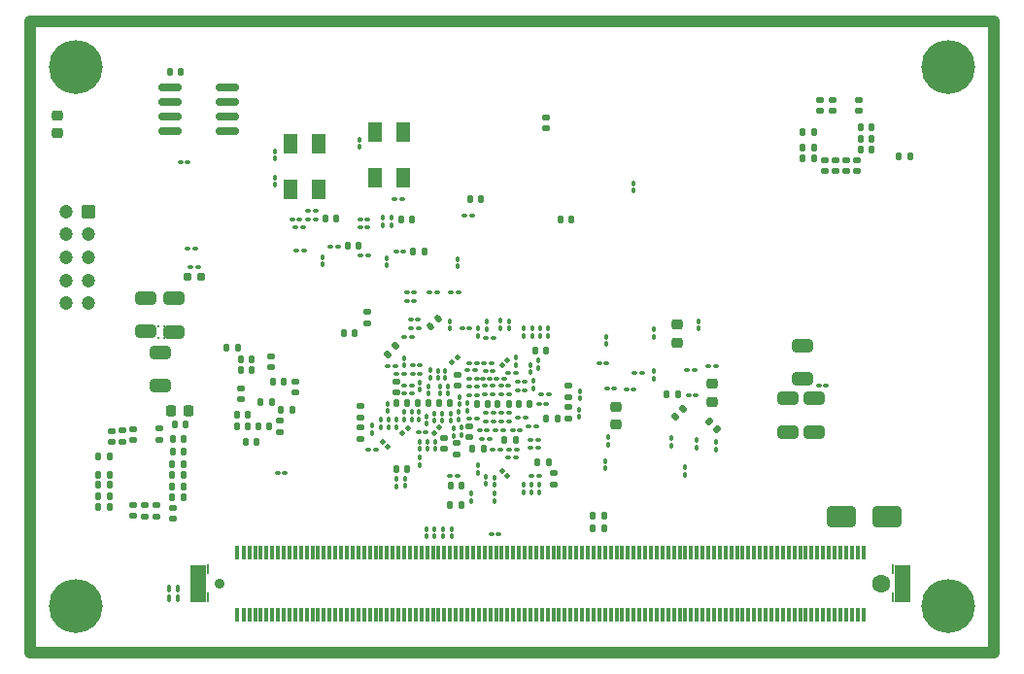
<source format=gbr>
%TF.GenerationSoftware,KiCad,Pcbnew,7.99.0-3958-g1df84f4d92*%
%TF.CreationDate,2023-12-24T00:45:37+01:00*%
%TF.ProjectId,SBC,5342432e-6b69-4636-9164-5f7063625858,rev?*%
%TF.SameCoordinates,Original*%
%TF.FileFunction,Soldermask,Bot*%
%TF.FilePolarity,Negative*%
%FSLAX46Y46*%
G04 Gerber Fmt 4.6, Leading zero omitted, Abs format (unit mm)*
G04 Created by KiCad (PCBNEW 7.99.0-3958-g1df84f4d92) date 2023-12-24 00:45:37*
%MOMM*%
%LPD*%
G01*
G04 APERTURE LIST*
G04 Aperture macros list*
%AMRoundRect*
0 Rectangle with rounded corners*
0 $1 Rounding radius*
0 $2 $3 $4 $5 $6 $7 $8 $9 X,Y pos of 4 corners*
0 Add a 4 corners polygon primitive as box body*
4,1,4,$2,$3,$4,$5,$6,$7,$8,$9,$2,$3,0*
0 Add four circle primitives for the rounded corners*
1,1,$1+$1,$2,$3*
1,1,$1+$1,$4,$5*
1,1,$1+$1,$6,$7*
1,1,$1+$1,$8,$9*
0 Add four rect primitives between the rounded corners*
20,1,$1+$1,$2,$3,$4,$5,0*
20,1,$1+$1,$4,$5,$6,$7,0*
20,1,$1+$1,$6,$7,$8,$9,0*
20,1,$1+$1,$8,$9,$2,$3,0*%
G04 Aperture macros list end*
%ADD10C,1.000000*%
%ADD11RoundRect,0.250000X-0.350000X0.350000X-0.350000X-0.350000X0.350000X-0.350000X0.350000X0.350000X0*%
%ADD12C,1.200000*%
%ADD13C,0.300000*%
%ADD14C,3.100000*%
%ADD15C,4.700000*%
%ADD16RoundRect,0.140000X-0.170000X0.140000X-0.170000X-0.140000X0.170000X-0.140000X0.170000X0.140000X0*%
%ADD17RoundRect,0.100000X0.130000X0.100000X-0.130000X0.100000X-0.130000X-0.100000X0.130000X-0.100000X0*%
%ADD18RoundRect,0.100000X-0.130000X-0.100000X0.130000X-0.100000X0.130000X0.100000X-0.130000X0.100000X0*%
%ADD19RoundRect,0.135000X-0.185000X0.135000X-0.185000X-0.135000X0.185000X-0.135000X0.185000X0.135000X0*%
%ADD20RoundRect,0.140000X0.140000X0.170000X-0.140000X0.170000X-0.140000X-0.170000X0.140000X-0.170000X0*%
%ADD21RoundRect,0.100000X-0.100000X0.130000X-0.100000X-0.130000X0.100000X-0.130000X0.100000X0.130000X0*%
%ADD22RoundRect,0.135000X-0.135000X-0.185000X0.135000X-0.185000X0.135000X0.185000X-0.135000X0.185000X0*%
%ADD23RoundRect,0.100000X0.100000X-0.130000X0.100000X0.130000X-0.100000X0.130000X-0.100000X-0.130000X0*%
%ADD24RoundRect,0.140000X-0.140000X-0.170000X0.140000X-0.170000X0.140000X0.170000X-0.140000X0.170000X0*%
%ADD25C,1.600000*%
%ADD26C,0.900000*%
%ADD27R,1.400000X3.300000*%
%ADD28R,0.250000X0.850000*%
%ADD29R,0.450000X1.200000*%
%ADD30R,0.300000X1.200000*%
%ADD31RoundRect,0.100000X0.021213X0.162635X-0.162635X-0.021213X-0.021213X-0.162635X0.162635X0.021213X0*%
%ADD32RoundRect,0.135000X0.185000X-0.135000X0.185000X0.135000X-0.185000X0.135000X-0.185000X-0.135000X0*%
%ADD33RoundRect,0.140000X0.170000X-0.140000X0.170000X0.140000X-0.170000X0.140000X-0.170000X-0.140000X0*%
%ADD34RoundRect,0.225000X-0.250000X0.225000X-0.250000X-0.225000X0.250000X-0.225000X0.250000X0.225000X0*%
%ADD35RoundRect,0.135000X0.135000X0.185000X-0.135000X0.185000X-0.135000X-0.185000X0.135000X-0.185000X0*%
%ADD36RoundRect,0.100000X-0.100000X0.217500X-0.100000X-0.217500X0.100000X-0.217500X0.100000X0.217500X0*%
%ADD37R,1.200000X1.800000*%
%ADD38RoundRect,0.160000X-0.197500X-0.160000X0.197500X-0.160000X0.197500X0.160000X-0.197500X0.160000X0*%
%ADD39RoundRect,0.150000X0.825000X0.150000X-0.825000X0.150000X-0.825000X-0.150000X0.825000X-0.150000X0*%
%ADD40RoundRect,0.250000X0.650000X-0.325000X0.650000X0.325000X-0.650000X0.325000X-0.650000X-0.325000X0*%
%ADD41RoundRect,0.147500X0.147500X0.172500X-0.147500X0.172500X-0.147500X-0.172500X0.147500X-0.172500X0*%
%ADD42RoundRect,0.100000X-0.021213X-0.162635X0.162635X0.021213X0.021213X0.162635X-0.162635X-0.021213X0*%
%ADD43RoundRect,0.140000X0.021213X-0.219203X0.219203X-0.021213X-0.021213X0.219203X-0.219203X0.021213X0*%
%ADD44RoundRect,0.250000X-1.000000X-0.650000X1.000000X-0.650000X1.000000X0.650000X-1.000000X0.650000X0*%
%ADD45RoundRect,0.250000X-0.650000X0.325000X-0.650000X-0.325000X0.650000X-0.325000X0.650000X0.325000X0*%
%ADD46RoundRect,0.135000X0.226274X0.035355X0.035355X0.226274X-0.226274X-0.035355X-0.035355X-0.226274X0*%
%ADD47RoundRect,0.225000X0.250000X-0.225000X0.250000X0.225000X-0.250000X0.225000X-0.250000X-0.225000X0*%
%ADD48RoundRect,0.100000X-0.162635X0.021213X0.021213X-0.162635X0.162635X-0.021213X-0.021213X0.162635X0*%
%ADD49RoundRect,0.135000X0.035355X-0.226274X0.226274X-0.035355X-0.035355X0.226274X-0.226274X0.035355X0*%
%ADD50RoundRect,0.100000X0.162635X-0.021213X-0.021213X0.162635X-0.162635X0.021213X0.021213X-0.162635X0*%
%ADD51RoundRect,0.218750X-0.218750X-0.256250X0.218750X-0.256250X0.218750X0.256250X-0.218750X0.256250X0*%
%ADD52RoundRect,0.147500X0.172500X-0.147500X0.172500X0.147500X-0.172500X0.147500X-0.172500X-0.147500X0*%
G04 APERTURE END LIST*
D10*
X-4000000Y51000000D02*
X80000000Y51000000D01*
X80000000Y-4000000D01*
X-4000000Y-4000000D01*
X-4000000Y51000000D01*
D11*
%TO.C,J3*%
X1112000Y34427000D03*
D12*
X-888000Y34427000D03*
X1112000Y32427000D03*
X-888000Y32427000D03*
X1112000Y30427000D03*
X-888000Y30427000D03*
X1112000Y28427000D03*
X-888000Y28427000D03*
X1112000Y26427000D03*
X-888000Y26427000D03*
%TD*%
D13*
%TO.C,U6*%
X7185800Y23386000D03*
X7685800Y23386000D03*
X8185800Y23386000D03*
X7185800Y24386000D03*
X7685800Y24386000D03*
X8185800Y24386000D03*
%TD*%
D14*
%TO.C,H3*%
X0Y47000000D03*
D15*
X0Y47000000D03*
%TD*%
D14*
%TO.C,H1*%
X76000000Y47000000D03*
D15*
X76000000Y47000000D03*
%TD*%
D14*
%TO.C,H2*%
X0Y0D03*
D15*
X0Y0D03*
%TD*%
D14*
%TO.C,H4*%
X76000000Y0D03*
D15*
X76000000Y0D03*
%TD*%
D16*
%TO.C,C165*%
X32100000Y14675814D03*
X32100000Y13715814D03*
%TD*%
D17*
%TO.C,C137*%
X10370000Y31150000D03*
X9730000Y31150000D03*
%TD*%
%TO.C,C215*%
X36348014Y16111994D03*
X35708014Y16111994D03*
%TD*%
D18*
%TO.C,C295*%
X24773600Y33049800D03*
X25413600Y33049800D03*
%TD*%
D19*
%TO.C,R36*%
X24754519Y17464614D03*
X24754519Y16444614D03*
%TD*%
D20*
%TO.C,C5*%
X64307981Y39987486D03*
X63347981Y39987486D03*
%TD*%
D21*
%TO.C,C180*%
X48600000Y36870000D03*
X48600000Y36230000D03*
%TD*%
D22*
%TO.C,R62*%
X45044519Y6814614D03*
X46064519Y6814614D03*
%TD*%
D18*
%TO.C,C160*%
X36636400Y19850000D03*
X37276400Y19850000D03*
%TD*%
D23*
%TO.C,C240*%
X39750000Y23601224D03*
X39750000Y24241224D03*
%TD*%
D19*
%TO.C,R73*%
X17778400Y16186200D03*
X17778400Y15166200D03*
%TD*%
D24*
%TO.C,C283*%
X15879519Y15720014D03*
X16839519Y15720014D03*
%TD*%
D17*
%TO.C,C184*%
X38316800Y12983800D03*
X37676800Y12983800D03*
%TD*%
D16*
%TO.C,C10*%
X68077981Y38917486D03*
X68077981Y37957486D03*
%TD*%
D23*
%TO.C,C245*%
X30502519Y15925814D03*
X30502519Y16565814D03*
%TD*%
%TO.C,C197*%
X38355924Y21050429D03*
X38355924Y21690429D03*
%TD*%
D25*
%TO.C,J1*%
X70200000Y2000000D03*
D26*
X12500000Y2000000D03*
D27*
X72050000Y2000000D03*
D28*
X71225000Y3225000D03*
X71225000Y775000D03*
D27*
X10650000Y2000000D03*
D28*
X11475000Y3225000D03*
X11475000Y775000D03*
D29*
X14025000Y4700000D03*
D30*
X14600000Y4700000D03*
X15100000Y4700000D03*
X15600000Y4700000D03*
X16100000Y4700000D03*
X16600000Y4700000D03*
X17100000Y4700000D03*
X17600000Y4700000D03*
X18100000Y4700000D03*
X18600000Y4700000D03*
X19100000Y4700000D03*
X19600000Y4700000D03*
X20100000Y4700000D03*
X20600000Y4700000D03*
X21100000Y4700000D03*
X21600000Y4700000D03*
X22100000Y4700000D03*
X22600000Y4700000D03*
X23100000Y4700000D03*
X23600000Y4700000D03*
X24100000Y4700000D03*
X24600000Y4700000D03*
X25100000Y4700000D03*
X25600000Y4700000D03*
X26100000Y4700000D03*
X26600000Y4700000D03*
X27100000Y4700000D03*
X27600000Y4700000D03*
X28100000Y4700000D03*
X28600000Y4700000D03*
X29100000Y4700000D03*
X29600000Y4700000D03*
X30100000Y4700000D03*
X30600000Y4700000D03*
X31100000Y4700000D03*
X31600000Y4700000D03*
X32100000Y4700000D03*
X32600000Y4700000D03*
X33100000Y4700000D03*
X33600000Y4700000D03*
X34100000Y4700000D03*
X34600000Y4700000D03*
X35100000Y4700000D03*
X35600000Y4700000D03*
X36100000Y4700000D03*
X36600000Y4700000D03*
X37100000Y4700000D03*
X37600000Y4700000D03*
X38100000Y4700000D03*
X38600000Y4700000D03*
X39100000Y4700000D03*
X39600000Y4700000D03*
X40100000Y4700000D03*
X40600000Y4700000D03*
X41100000Y4700000D03*
X41600000Y4700000D03*
X42100000Y4700000D03*
X42600000Y4700000D03*
X43100000Y4700000D03*
X43600000Y4700000D03*
X44100000Y4700000D03*
X44600000Y4700000D03*
X45100000Y4700000D03*
X45600000Y4700000D03*
X46100000Y4700000D03*
X46600000Y4700000D03*
X47100000Y4700000D03*
X47600000Y4700000D03*
X48100000Y4700000D03*
X48600000Y4700000D03*
X49100000Y4700000D03*
X49600000Y4700000D03*
X50100000Y4700000D03*
X50600000Y4700000D03*
X51100000Y4700000D03*
X51600000Y4700000D03*
X52100000Y4700000D03*
X52600000Y4700000D03*
X53100000Y4700000D03*
X53600000Y4700000D03*
X54100000Y4700000D03*
X54600000Y4700000D03*
X55100000Y4700000D03*
X55600000Y4700000D03*
X56100000Y4700000D03*
X56600000Y4700000D03*
X57100000Y4700000D03*
X57600000Y4700000D03*
X58100000Y4700000D03*
X58600000Y4700000D03*
X59100000Y4700000D03*
X59600000Y4700000D03*
X60100000Y4700000D03*
X60600000Y4700000D03*
X61100000Y4700000D03*
X61600000Y4700000D03*
X62100000Y4700000D03*
X62600000Y4700000D03*
X63100000Y4700000D03*
X63600000Y4700000D03*
X64100000Y4700000D03*
X64600000Y4700000D03*
X65100000Y4700000D03*
X65600000Y4700000D03*
X66100000Y4700000D03*
X66600000Y4700000D03*
X67100000Y4700000D03*
X67600000Y4700000D03*
X68100000Y4700000D03*
D29*
X68675000Y4700000D03*
X14025000Y-700000D03*
D30*
X14600000Y-700000D03*
X15100000Y-700000D03*
X15600000Y-700000D03*
X16100000Y-700000D03*
X16600000Y-700000D03*
X17100000Y-700000D03*
X17600000Y-700000D03*
X18100000Y-700000D03*
X18600000Y-700000D03*
X19100000Y-700000D03*
X19600000Y-700000D03*
X20100000Y-700000D03*
X20600000Y-700000D03*
X21100000Y-700000D03*
X21600000Y-700000D03*
X22100000Y-700000D03*
X22600000Y-700000D03*
X23100000Y-700000D03*
X23600000Y-700000D03*
X24100000Y-700000D03*
X24600000Y-700000D03*
X25100000Y-700000D03*
X25600000Y-700000D03*
X26100000Y-700000D03*
X26600000Y-700000D03*
X27100000Y-700000D03*
X27600000Y-700000D03*
X28100000Y-700000D03*
X28600000Y-700000D03*
X29100000Y-700000D03*
X29600000Y-700000D03*
X30100000Y-700000D03*
X30600000Y-700000D03*
X31100000Y-700000D03*
X31600000Y-700000D03*
X32100000Y-700000D03*
X32600000Y-700000D03*
X33100000Y-700000D03*
X33600000Y-700000D03*
X34100000Y-700000D03*
X34600000Y-700000D03*
X35100000Y-700000D03*
X35600000Y-700000D03*
X36100000Y-700000D03*
X36600000Y-700000D03*
X37100000Y-700000D03*
X37600000Y-700000D03*
X38100000Y-700000D03*
X38600000Y-700000D03*
X39100000Y-700000D03*
X39600000Y-700000D03*
X40100000Y-700000D03*
X40600000Y-700000D03*
X41100000Y-700000D03*
X41600000Y-700000D03*
X42100000Y-700000D03*
X42600000Y-700000D03*
X43100000Y-700000D03*
X43600000Y-700000D03*
X44100000Y-700000D03*
X44600000Y-700000D03*
X45100000Y-700000D03*
X45600000Y-700000D03*
X46100000Y-700000D03*
X46600000Y-700000D03*
X47100000Y-700000D03*
X47600000Y-700000D03*
X48100000Y-700000D03*
X48600000Y-700000D03*
X49100000Y-700000D03*
X49600000Y-700000D03*
X50100000Y-700000D03*
X50600000Y-700000D03*
X51100000Y-700000D03*
X51600000Y-700000D03*
X52100000Y-700000D03*
X52600000Y-700000D03*
X53100000Y-700000D03*
X53600000Y-700000D03*
X54100000Y-700000D03*
X54600000Y-700000D03*
X55100000Y-700000D03*
X55600000Y-700000D03*
X56100000Y-700000D03*
X56600000Y-700000D03*
X57100000Y-700000D03*
X57600000Y-700000D03*
X58100000Y-700000D03*
X58600000Y-700000D03*
X59100000Y-700000D03*
X59600000Y-700000D03*
X60100000Y-700000D03*
X60600000Y-700000D03*
X61100000Y-700000D03*
X61600000Y-700000D03*
X62100000Y-700000D03*
X62600000Y-700000D03*
X63100000Y-700000D03*
X63600000Y-700000D03*
X64100000Y-700000D03*
X64600000Y-700000D03*
X65100000Y-700000D03*
X65600000Y-700000D03*
X66100000Y-700000D03*
X66600000Y-700000D03*
X67100000Y-700000D03*
X67600000Y-700000D03*
X68100000Y-700000D03*
D29*
X68675000Y-700000D03*
%TD*%
D23*
%TO.C,C207*%
X39602429Y20406539D03*
X39602429Y21046539D03*
%TD*%
D31*
%TO.C,C192*%
X28913274Y15528274D03*
X28460726Y15075726D03*
%TD*%
D17*
%TO.C,C221*%
X34914200Y21168400D03*
X34274200Y21168400D03*
%TD*%
D19*
%TO.C,R37*%
X25354519Y25699614D03*
X25354519Y24679614D03*
%TD*%
D20*
%TO.C,C330*%
X9334519Y12364614D03*
X8374519Y12364614D03*
%TD*%
D21*
%TO.C,C214*%
X31300000Y14370000D03*
X31300000Y13730000D03*
%TD*%
D18*
%TO.C,C210*%
X34290440Y18431331D03*
X34930440Y18431331D03*
%TD*%
D17*
%TO.C,C117*%
X29970000Y21000000D03*
X29330000Y21000000D03*
%TD*%
D21*
%TO.C,C124*%
X36450000Y9820000D03*
X36450000Y9180000D03*
%TD*%
D17*
%TO.C,C226*%
X31450000Y27410000D03*
X30810000Y27410000D03*
%TD*%
D18*
%TO.C,C275*%
X9965400Y29544600D03*
X10605400Y29544600D03*
%TD*%
D17*
%TO.C,C185*%
X39129949Y19562584D03*
X38489949Y19562584D03*
%TD*%
D32*
%TO.C,R96*%
X6982500Y7829600D03*
X6982500Y8849600D03*
%TD*%
D23*
%TO.C,C254*%
X43914919Y18138214D03*
X43914919Y18778214D03*
%TD*%
D22*
%TO.C,R71*%
X71722981Y39219986D03*
X72742981Y39219986D03*
%TD*%
D24*
%TO.C,C212*%
X23320000Y23850000D03*
X24280000Y23850000D03*
%TD*%
D33*
%TO.C,C12*%
X68227981Y43194986D03*
X68227981Y44154986D03*
%TD*%
D18*
%TO.C,C112*%
X28610000Y23500000D03*
X29250000Y23500000D03*
%TD*%
D23*
%TO.C,C182*%
X32950000Y14880000D03*
X32950000Y15520000D03*
%TD*%
D17*
%TO.C,C88*%
X29477600Y26649000D03*
X28837600Y26649000D03*
%TD*%
D18*
%TO.C,C208*%
X39719944Y11332349D03*
X40359944Y11332349D03*
%TD*%
D24*
%TO.C,C333*%
X1949519Y13089614D03*
X2909519Y13089614D03*
%TD*%
D17*
%TO.C,C177*%
X40260884Y14518779D03*
X39620884Y14518779D03*
%TD*%
D34*
%TO.C,C255*%
X47072032Y17393133D03*
X47072032Y15843133D03*
%TD*%
D18*
%TO.C,C122*%
X27930000Y20250000D03*
X28570000Y20250000D03*
%TD*%
D23*
%TO.C,C249*%
X39050000Y23601224D03*
X39050000Y24241224D03*
%TD*%
%TO.C,C201*%
X32626319Y16182382D03*
X32626319Y16822382D03*
%TD*%
%TO.C,C266*%
X50317519Y23520814D03*
X50317519Y24160814D03*
%TD*%
D17*
%TO.C,C89*%
X29477600Y27385600D03*
X28837600Y27385600D03*
%TD*%
D21*
%TO.C,C264*%
X53054519Y12134614D03*
X53054519Y11494614D03*
%TD*%
D23*
%TO.C,C233*%
X33337519Y16280000D03*
X33337519Y16920000D03*
%TD*%
D21*
%TO.C,C189*%
X34450000Y9845000D03*
X34450000Y9205000D03*
%TD*%
D23*
%TO.C,C161*%
X29300000Y16280000D03*
X29300000Y16920000D03*
%TD*%
D19*
%TO.C,R69*%
X42898919Y17393414D03*
X42898919Y16373414D03*
%TD*%
D35*
%TO.C,R74*%
X17043800Y17809800D03*
X16023800Y17809800D03*
%TD*%
D17*
%TO.C,C219*%
X34923820Y16351645D03*
X34283820Y16351645D03*
%TD*%
%TO.C,C71*%
X36832000Y6277000D03*
X36192000Y6277000D03*
%TD*%
D33*
%TO.C,C202*%
X33246919Y19217414D03*
X33246919Y20177414D03*
%TD*%
D20*
%TO.C,C158*%
X40982224Y22270224D03*
X40022224Y22270224D03*
%TD*%
D36*
%TO.C,R99*%
X8837600Y1529500D03*
X8837600Y714500D03*
%TD*%
D17*
%TO.C,C196*%
X38390000Y13680000D03*
X37750000Y13680000D03*
%TD*%
D21*
%TO.C,C116*%
X26550000Y16245000D03*
X26550000Y15605000D03*
%TD*%
D17*
%TO.C,C234*%
X29254519Y19245014D03*
X28614519Y19245014D03*
%TD*%
D18*
%TO.C,C134*%
X34135000Y20575000D03*
X34775000Y20575000D03*
%TD*%
D24*
%TO.C,C280*%
X17154519Y19614614D03*
X18114519Y19614614D03*
%TD*%
D23*
%TO.C,C188*%
X40450000Y23592969D03*
X40450000Y24232969D03*
%TD*%
D17*
%TO.C,C205*%
X38329214Y20355600D03*
X37689214Y20355600D03*
%TD*%
%TO.C,C174*%
X36298484Y18497689D03*
X35658484Y18497689D03*
%TD*%
D19*
%TO.C,R70*%
X42898919Y19273014D03*
X42898919Y18253014D03*
%TD*%
D16*
%TO.C,C284*%
X14354519Y18994614D03*
X14354519Y18034614D03*
%TD*%
D36*
%TO.C,R98*%
X8126400Y1529500D03*
X8126400Y714500D03*
%TD*%
D18*
%TO.C,C127*%
X32580000Y11350000D03*
X33220000Y11350000D03*
%TD*%
D21*
%TO.C,C298*%
X27481200Y33862600D03*
X27481200Y33222600D03*
%TD*%
D17*
%TO.C,C236*%
X30472519Y15170814D03*
X29832519Y15170814D03*
%TD*%
D21*
%TO.C,C176*%
X39684979Y10587454D03*
X39684979Y9947454D03*
%TD*%
D17*
%TO.C,C247*%
X39129949Y18860909D03*
X38489949Y18860909D03*
%TD*%
D16*
%TO.C,C7*%
X65227981Y38917486D03*
X65227981Y37957486D03*
%TD*%
D37*
%TO.C,Y4*%
X18712000Y36333000D03*
X18712000Y40333000D03*
X21112000Y40333000D03*
X21112000Y36333000D03*
%TD*%
D18*
%TO.C,C303*%
X19236400Y31017800D03*
X19876400Y31017800D03*
%TD*%
D33*
%TO.C,C133*%
X34300000Y14720000D03*
X34300000Y15680000D03*
%TD*%
D21*
%TO.C,C232*%
X31203919Y16820614D03*
X31203919Y16180614D03*
%TD*%
D20*
%TO.C,C6*%
X64307981Y39037486D03*
X63347981Y39037486D03*
%TD*%
D23*
%TO.C,C150*%
X28600000Y16280000D03*
X28600000Y16920000D03*
%TD*%
D37*
%TO.C,Y3*%
X26078000Y37349000D03*
X26078000Y41349000D03*
X28478000Y41349000D03*
X28478000Y37349000D03*
%TD*%
D38*
%TO.C,C274*%
X9713300Y28706400D03*
X10908300Y28706400D03*
%TD*%
D21*
%TO.C,C200*%
X33250000Y30270000D03*
X33250000Y29630000D03*
%TD*%
D39*
%TO.C,U18*%
X13162000Y45277000D03*
X13162000Y44007000D03*
X13162000Y42737000D03*
X13162000Y41467000D03*
X8212000Y41467000D03*
X8212000Y42737000D03*
X8212000Y44007000D03*
X8212000Y45277000D03*
%TD*%
D23*
%TO.C,C305*%
X21486800Y29819000D03*
X21486800Y30459000D03*
%TD*%
D21*
%TO.C,C213*%
X29970319Y19540214D03*
X29970319Y18900214D03*
%TD*%
D24*
%TO.C,C282*%
X17884519Y17120014D03*
X18844519Y17120014D03*
%TD*%
D33*
%TO.C,C2*%
X65927981Y43194986D03*
X65927981Y44154986D03*
%TD*%
D20*
%TO.C,C323*%
X9384519Y14564614D03*
X8424519Y14564614D03*
%TD*%
D40*
%TO.C,C41*%
X64327981Y15199986D03*
X64327981Y18149986D03*
%TD*%
D18*
%TO.C,C186*%
X35568519Y21176014D03*
X36208519Y21176014D03*
%TD*%
D17*
%TO.C,C302*%
X22822800Y31322600D03*
X22182800Y31322600D03*
%TD*%
D21*
%TO.C,C139*%
X29950000Y12970000D03*
X29950000Y12330000D03*
%TD*%
D20*
%TO.C,C320*%
X9534519Y15852114D03*
X8574519Y15852114D03*
%TD*%
D21*
%TO.C,C114*%
X25804800Y15767600D03*
X25804800Y15127600D03*
%TD*%
D24*
%TO.C,C13*%
X68347981Y39837486D03*
X69307981Y39837486D03*
%TD*%
D23*
%TO.C,C299*%
X27074800Y29732600D03*
X27074800Y30372600D03*
%TD*%
D17*
%TO.C,C307*%
X20892400Y34472200D03*
X20252400Y34472200D03*
%TD*%
D23*
%TO.C,C262*%
X46104519Y12019614D03*
X46104519Y12659614D03*
%TD*%
D18*
%TO.C,C304*%
X24773600Y33761000D03*
X25413600Y33761000D03*
%TD*%
D21*
%TO.C,C93*%
X32713600Y6725200D03*
X32713600Y6085200D03*
%TD*%
D18*
%TO.C,C297*%
X18830000Y33761000D03*
X19470000Y33761000D03*
%TD*%
D41*
%TO.C,FB6*%
X22683000Y33811800D03*
X21713000Y33811800D03*
%TD*%
D24*
%TO.C,C329*%
X1949519Y9564614D03*
X2909519Y9564614D03*
%TD*%
D20*
%TO.C,C190*%
X30708202Y17697875D03*
X29748202Y17697875D03*
%TD*%
D21*
%TO.C,C115*%
X27950000Y16270000D03*
X27950000Y15630000D03*
%TD*%
D42*
%TO.C,C195*%
X31223726Y15123726D03*
X31676274Y15576274D03*
%TD*%
D43*
%TO.C,C170*%
X30900989Y24379189D03*
X31579811Y25058011D03*
%TD*%
D20*
%TO.C,C335*%
X9384519Y13464614D03*
X8424519Y13464614D03*
%TD*%
D42*
%TO.C,C138*%
X32773726Y21248726D03*
X33226274Y21701274D03*
%TD*%
D21*
%TO.C,C179*%
X34118700Y17704857D03*
X34118700Y17064857D03*
%TD*%
D23*
%TO.C,C252*%
X51850000Y14030000D03*
X51850000Y14670000D03*
%TD*%
%TO.C,C171*%
X33550000Y14930000D03*
X33550000Y15570000D03*
%TD*%
D17*
%TO.C,C216*%
X37726599Y16846689D03*
X37086599Y16846689D03*
%TD*%
D44*
%TO.C,D1*%
X66681000Y7782600D03*
X70681000Y7782600D03*
%TD*%
D33*
%TO.C,C154*%
X40950000Y41670000D03*
X40950000Y42630000D03*
%TD*%
D23*
%TO.C,C253*%
X43813319Y16512614D03*
X43813319Y17152614D03*
%TD*%
D33*
%TO.C,C332*%
X4954519Y7879600D03*
X4954519Y8839600D03*
%TD*%
D16*
%TO.C,C328*%
X4054519Y15332114D03*
X4054519Y14372114D03*
%TD*%
D45*
%TO.C,C67*%
X7364400Y22155000D03*
X7364400Y19205000D03*
%TD*%
D17*
%TO.C,FB2*%
X36082600Y19822200D03*
X35442600Y19822200D03*
%TD*%
D18*
%TO.C,C237*%
X37070089Y18481179D03*
X37710089Y18481179D03*
%TD*%
D21*
%TO.C,C92*%
X32002400Y6725200D03*
X32002400Y6085200D03*
%TD*%
D24*
%TO.C,C155*%
X36761499Y17663934D03*
X37721499Y17663934D03*
%TD*%
D21*
%TO.C,R56*%
X34999519Y24213814D03*
X34999519Y23573814D03*
%TD*%
D23*
%TO.C,C218*%
X41150000Y23592969D03*
X41150000Y24232969D03*
%TD*%
D20*
%TO.C,C279*%
X14964519Y16670014D03*
X14004519Y16670014D03*
%TD*%
D21*
%TO.C,C91*%
X31215000Y6725200D03*
X31215000Y6085200D03*
%TD*%
D33*
%TO.C,C15*%
X64802981Y43164986D03*
X64802981Y44124986D03*
%TD*%
D23*
%TO.C,C145*%
X27950000Y10480000D03*
X27950000Y11120000D03*
%TD*%
D17*
%TO.C,C220*%
X35819694Y15336024D03*
X35179694Y15336024D03*
%TD*%
D33*
%TO.C,C325*%
X8404519Y7634614D03*
X8404519Y8594614D03*
%TD*%
D21*
%TO.C,C152*%
X35812319Y24798014D03*
X35812319Y24158014D03*
%TD*%
D16*
%TO.C,C318*%
X3104519Y15294614D03*
X3104519Y14334614D03*
%TD*%
D17*
%TO.C,C230*%
X40269139Y13822000D03*
X39629139Y13822000D03*
%TD*%
D18*
%TO.C,C231*%
X27180000Y20975000D03*
X27820000Y20975000D03*
%TD*%
D35*
%TO.C,R34*%
X41962800Y16408400D03*
X40942800Y16408400D03*
%TD*%
D16*
%TO.C,C151*%
X33150000Y14230000D03*
X33150000Y13270000D03*
%TD*%
D23*
%TO.C,C263*%
X54107519Y13850814D03*
X54107519Y14490814D03*
%TD*%
D24*
%TO.C,C168*%
X38585854Y17627600D03*
X39545854Y17627600D03*
%TD*%
D32*
%TO.C,R38*%
X24754519Y14594614D03*
X24754519Y15614614D03*
%TD*%
D45*
%TO.C,C43*%
X63312981Y22749986D03*
X63312981Y19799986D03*
%TD*%
D18*
%TO.C,C87*%
X40343719Y17594614D03*
X40983719Y17594614D03*
%TD*%
D21*
%TO.C,C120*%
X27125000Y17670000D03*
X27125000Y17030000D03*
%TD*%
D23*
%TO.C,C224*%
X32434119Y18544614D03*
X32434119Y19184614D03*
%TD*%
D20*
%TO.C,C331*%
X9334519Y10464614D03*
X8374519Y10464614D03*
%TD*%
D21*
%TO.C,C90*%
X30503800Y6725200D03*
X30503800Y6085200D03*
%TD*%
D18*
%TO.C,C227*%
X37094854Y16120249D03*
X37734854Y16120249D03*
%TD*%
D24*
%TO.C,C285*%
X14804519Y14320014D03*
X15764519Y14320014D03*
%TD*%
D18*
%TO.C,C293*%
X24824400Y30560600D03*
X25464400Y30560600D03*
%TD*%
D22*
%TO.C,R63*%
X51467382Y18480285D03*
X52487382Y18480285D03*
%TD*%
D17*
%TO.C,C241*%
X34914200Y19873000D03*
X34274200Y19873000D03*
%TD*%
D21*
%TO.C,C203*%
X32175571Y20544468D03*
X32175571Y19904468D03*
%TD*%
D35*
%TO.C,R72*%
X14114519Y22552114D03*
X13094519Y22552114D03*
%TD*%
D20*
%TO.C,C130*%
X43180000Y33700000D03*
X42220000Y33700000D03*
%TD*%
%TO.C,C334*%
X9334519Y11414614D03*
X8374519Y11414614D03*
%TD*%
D24*
%TO.C,C178*%
X31624000Y17680382D03*
X32584000Y17680382D03*
%TD*%
D21*
%TO.C,C217*%
X39850919Y19641814D03*
X39850919Y19001814D03*
%TD*%
D18*
%TO.C,C239*%
X39472294Y15724009D03*
X40112294Y15724009D03*
%TD*%
D23*
%TO.C,C261*%
X46200000Y22880000D03*
X46200000Y23520000D03*
%TD*%
D21*
%TO.C,C268*%
X55804519Y14334614D03*
X55804519Y13694614D03*
%TD*%
D40*
%TO.C,C36*%
X62027981Y15199986D03*
X62027981Y18149986D03*
%TD*%
D18*
%TO.C,C259*%
X47977519Y18930814D03*
X48617519Y18930814D03*
%TD*%
D46*
%TO.C,R33*%
X55865143Y15403990D03*
X55143895Y16125238D03*
%TD*%
D23*
%TO.C,C125*%
X28600000Y21005000D03*
X28600000Y21645000D03*
%TD*%
D16*
%TO.C,C9*%
X67127981Y38917486D03*
X67127981Y37957486D03*
%TD*%
D47*
%TO.C,C256*%
X52423919Y22991814D03*
X52423919Y24541814D03*
%TD*%
D24*
%TO.C,C276*%
X14379519Y20620014D03*
X15339519Y20620014D03*
%TD*%
D17*
%TO.C,C294*%
X28548000Y30967000D03*
X27908000Y30967000D03*
%TD*%
%TO.C,C270*%
X55737519Y20920814D03*
X55097519Y20920814D03*
%TD*%
%TO.C,C243*%
X29264519Y18542476D03*
X28624519Y18542476D03*
%TD*%
D45*
%TO.C,C66*%
X8532800Y26879400D03*
X8532800Y23929400D03*
%TD*%
D24*
%TO.C,C157*%
X40224000Y12521069D03*
X41184000Y12521069D03*
%TD*%
D23*
%TO.C,C301*%
X17372000Y36743000D03*
X17372000Y37383000D03*
%TD*%
D17*
%TO.C,C113*%
X29820000Y25000000D03*
X29180000Y25000000D03*
%TD*%
D23*
%TO.C,C209*%
X33386356Y17617614D03*
X33386356Y18257614D03*
%TD*%
D18*
%TO.C,C292*%
X27745400Y35539000D03*
X28385400Y35539000D03*
%TD*%
D23*
%TO.C,C225*%
X29907000Y16307000D03*
X29907000Y16947000D03*
%TD*%
D47*
%TO.C,C267*%
X55454519Y17839614D03*
X55454519Y19389614D03*
%TD*%
D48*
%TO.C,C146*%
X37110126Y11813074D03*
X37562674Y11360526D03*
%TD*%
D21*
%TO.C,C119*%
X27250000Y16270000D03*
X27250000Y15630000D03*
%TD*%
%TO.C,C250*%
X31915119Y16819272D03*
X31915119Y16179272D03*
%TD*%
D23*
%TO.C,C135*%
X37000000Y24271600D03*
X37000000Y24911600D03*
%TD*%
D18*
%TO.C,C167*%
X36340000Y13670000D03*
X36980000Y13670000D03*
%TD*%
D17*
%TO.C,C136*%
X26130000Y13640000D03*
X25490000Y13640000D03*
%TD*%
D35*
%TO.C,R40*%
X33614519Y8852114D03*
X32594519Y8852114D03*
%TD*%
D18*
%TO.C,C123*%
X29330000Y20275000D03*
X29970000Y20275000D03*
%TD*%
D20*
%TO.C,C4*%
X64307981Y41337486D03*
X63347981Y41337486D03*
%TD*%
D21*
%TO.C,C248*%
X40304104Y21426269D03*
X40304104Y20786269D03*
%TD*%
D49*
%TO.C,R39*%
X27154519Y21964614D03*
X27875767Y22685862D03*
%TD*%
D18*
%TO.C,C229*%
X38506459Y16417429D03*
X39146459Y16417429D03*
%TD*%
D24*
%TO.C,C337*%
X1949519Y10574614D03*
X2909519Y10574614D03*
%TD*%
D21*
%TO.C,C271*%
X46353400Y14736400D03*
X46353400Y14096400D03*
%TD*%
D41*
%TO.C,FB4*%
X29310000Y33745800D03*
X28340000Y33745800D03*
%TD*%
D24*
%TO.C,C129*%
X34559319Y13757414D03*
X35519319Y13757414D03*
%TD*%
D21*
%TO.C,C187*%
X38983304Y10587454D03*
X38983304Y9947454D03*
%TD*%
D23*
%TO.C,C265*%
X50367519Y19840814D03*
X50367519Y20480814D03*
%TD*%
D21*
%TO.C,C147*%
X35025000Y12270000D03*
X35025000Y11630000D03*
%TD*%
D24*
%TO.C,C3*%
X68347981Y41737486D03*
X69307981Y41737486D03*
%TD*%
D23*
%TO.C,C244*%
X30700000Y18530000D03*
X30700000Y19170000D03*
%TD*%
D17*
%TO.C,C308*%
X20892400Y33761000D03*
X20252400Y33761000D03*
%TD*%
%TO.C,C251*%
X34520000Y34050000D03*
X33880000Y34050000D03*
%TD*%
D21*
%TO.C,C183*%
X30650000Y14370000D03*
X30650000Y13730000D03*
%TD*%
D18*
%TO.C,C242*%
X34263389Y19166344D03*
X34903389Y19166344D03*
%TD*%
%TO.C,C258*%
X53397519Y18420814D03*
X54037519Y18420814D03*
%TD*%
D17*
%TO.C,C238*%
X38708944Y15319514D03*
X38068944Y15319514D03*
%TD*%
D33*
%TO.C,C169*%
X41593000Y10642000D03*
X41593000Y11602000D03*
%TD*%
D24*
%TO.C,C140*%
X32645000Y10525000D03*
X33605000Y10525000D03*
%TD*%
%TO.C,C338*%
X1949519Y8639614D03*
X2909519Y8639614D03*
%TD*%
D18*
%TO.C,C257*%
X46267519Y19030814D03*
X46907519Y19030814D03*
%TD*%
D24*
%TO.C,C310*%
X8202000Y46577000D03*
X9162000Y46577000D03*
%TD*%
D17*
%TO.C,C143*%
X18210000Y11599000D03*
X17570000Y11599000D03*
%TD*%
D18*
%TO.C,C273*%
X48667519Y20375200D03*
X49307519Y20375200D03*
%TD*%
%TO.C,C206*%
X35708014Y16838434D03*
X36348014Y16838434D03*
%TD*%
%TO.C,C222*%
X33660000Y24210000D03*
X34300000Y24210000D03*
%TD*%
D23*
%TO.C,C128*%
X28690000Y10490000D03*
X28690000Y11130000D03*
%TD*%
D18*
%TO.C,C269*%
X45577519Y21160814D03*
X46217519Y21160814D03*
%TD*%
D16*
%TO.C,C336*%
X7259038Y15494614D03*
X7259038Y14534614D03*
%TD*%
D18*
%TO.C,C306*%
X19134800Y33049800D03*
X19774800Y33049800D03*
%TD*%
D34*
%TO.C,C289*%
X-1600000Y42800000D03*
X-1600000Y41250000D03*
%TD*%
D18*
%TO.C,C198*%
X40546919Y18509014D03*
X41186919Y18509014D03*
%TD*%
D17*
%TO.C,R55*%
X36376119Y23385814D03*
X35736119Y23385814D03*
%TD*%
D21*
%TO.C,C164*%
X37700000Y24854614D03*
X37700000Y24214614D03*
%TD*%
D16*
%TO.C,C8*%
X66177981Y38917486D03*
X66177981Y37957486D03*
%TD*%
D20*
%TO.C,C193*%
X28861225Y17707157D03*
X27901225Y17707157D03*
%TD*%
D23*
%TO.C,C204*%
X29950000Y13730000D03*
X29950000Y14370000D03*
%TD*%
D32*
%TO.C,R97*%
X5982500Y7829600D03*
X5982500Y8849600D03*
%TD*%
D18*
%TO.C,C163*%
X35394324Y14576564D03*
X36034324Y14576564D03*
%TD*%
D21*
%TO.C,C126*%
X36500000Y11220000D03*
X36500000Y10580000D03*
%TD*%
D17*
%TO.C,C144*%
X9730000Y38710000D03*
X9090000Y38710000D03*
%TD*%
D20*
%TO.C,C166*%
X35880634Y17630914D03*
X34920634Y17630914D03*
%TD*%
D17*
%TO.C,C228*%
X37693579Y19215874D03*
X37053579Y19215874D03*
%TD*%
%TO.C,C121*%
X29845000Y24250000D03*
X29205000Y24250000D03*
%TD*%
D24*
%TO.C,C322*%
X1949519Y11494614D03*
X2909519Y11494614D03*
%TD*%
D18*
%TO.C,C131*%
X35670119Y20490214D03*
X36310119Y20490214D03*
%TD*%
D24*
%TO.C,C11*%
X68347981Y40737486D03*
X69307981Y40737486D03*
%TD*%
D18*
%TO.C,C175*%
X35625464Y19215874D03*
X36265464Y19215874D03*
%TD*%
D20*
%TO.C,C156*%
X38291094Y14502269D03*
X37331094Y14502269D03*
%TD*%
D18*
%TO.C,C272*%
X53267519Y20610814D03*
X53907519Y20610814D03*
%TD*%
D23*
%TO.C,C181*%
X32561200Y24205000D03*
X32561200Y24845000D03*
%TD*%
D17*
%TO.C,C47*%
X65347981Y19274986D03*
X64707981Y19274986D03*
%TD*%
D21*
%TO.C,C223*%
X31722919Y19166895D03*
X31722919Y18526895D03*
%TD*%
D23*
%TO.C,C291*%
X24672400Y40045000D03*
X24672400Y40685000D03*
%TD*%
D50*
%TO.C,C142*%
X27176274Y13898726D03*
X26723726Y14351274D03*
%TD*%
D20*
%TO.C,C324*%
X9334519Y9514614D03*
X8374519Y9514614D03*
%TD*%
D51*
%TO.C,FB7*%
X8267019Y17052114D03*
X9842019Y17052114D03*
%TD*%
D23*
%TO.C,C300*%
X17372000Y39029000D03*
X17372000Y39669000D03*
%TD*%
D24*
%TO.C,C278*%
X14354519Y21570014D03*
X15314519Y21570014D03*
%TD*%
D17*
%TO.C,C246*%
X37236410Y15331947D03*
X36596410Y15331947D03*
%TD*%
D20*
%TO.C,C173*%
X35280000Y35500000D03*
X34320000Y35500000D03*
%TD*%
D33*
%TO.C,C277*%
X17034519Y20840014D03*
X17034519Y21800014D03*
%TD*%
D22*
%TO.C,R61*%
X45044519Y7914614D03*
X46064519Y7914614D03*
%TD*%
D21*
%TO.C,C296*%
X26770000Y33862600D03*
X26770000Y33222600D03*
%TD*%
D42*
%TO.C,C153*%
X37110045Y21025940D03*
X37562593Y21478488D03*
%TD*%
D20*
%TO.C,C141*%
X28860000Y12000000D03*
X27900000Y12000000D03*
%TD*%
D23*
%TO.C,C199*%
X40403164Y9947454D03*
X40403164Y10587454D03*
%TD*%
D16*
%TO.C,C326*%
X4954519Y15469614D03*
X4954519Y14509614D03*
%TD*%
D21*
%TO.C,C235*%
X30880000Y20560000D03*
X30880000Y19920000D03*
%TD*%
D23*
%TO.C,C118*%
X35725000Y10680000D03*
X35725000Y11320000D03*
%TD*%
D41*
%TO.C,FB3*%
X30353800Y30967000D03*
X29383800Y30967000D03*
%TD*%
D17*
%TO.C,C191*%
X33320000Y27400000D03*
X32680000Y27400000D03*
%TD*%
D21*
%TO.C,C194*%
X31519719Y20556214D03*
X31519719Y19916214D03*
%TD*%
D45*
%TO.C,C70*%
X6094400Y26904800D03*
X6094400Y23954800D03*
%TD*%
D20*
%TO.C,C281*%
X14964519Y15720014D03*
X14004519Y15720014D03*
%TD*%
D49*
%TO.C,R64*%
X52180905Y16505219D03*
X52902153Y17226467D03*
%TD*%
D21*
%TO.C,C260*%
X54237519Y24860814D03*
X54237519Y24220814D03*
%TD*%
D33*
%TO.C,C286*%
X19084519Y18640014D03*
X19084519Y19600014D03*
%TD*%
D41*
%TO.C,FB5*%
X24613400Y31424200D03*
X23643400Y31424200D03*
%TD*%
D52*
%TO.C,FB1*%
X27884519Y18620014D03*
X27884519Y19590014D03*
%TD*%
M02*

</source>
